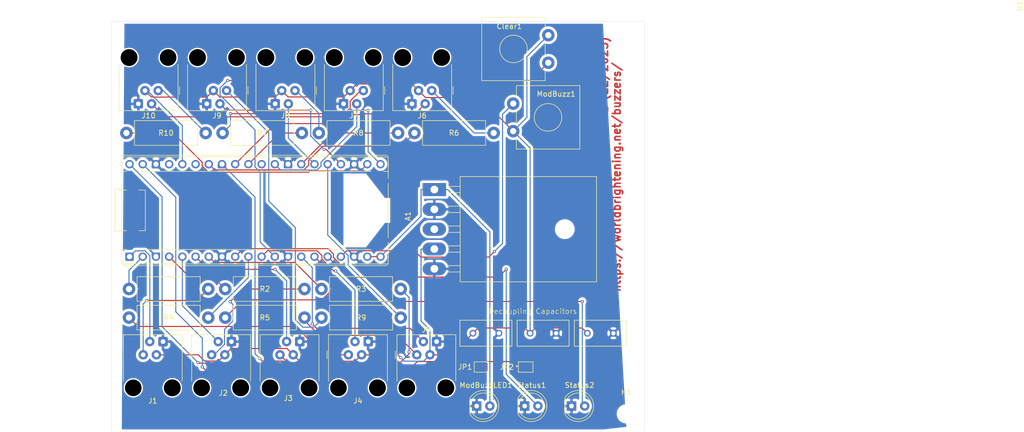
<source format=kicad_pcb>
(kicad_pcb (version 20241229) (generator "pcbnew") (generator_version "9.0")
  (title_block (title "Annika's Buzzer System") (date "2025-12-27") (rev "0"))
  (layers (0 "F.Cu" signal) (2 "B.Cu" signal) (13 "F.Paste" user) (15 "B.Paste" user) (5 "F.SilkS" user "F.Silkscreen") (7 "B.SilkS" user "B.Silkscreen") (1 "F.Mask" user) (3 "B.Mask" user) (25 "Edge.Cuts" user))
  (net 0 "")
  (net 1 "Net-(A1-GPIO3)")
  (net 2 "Net-(A1-GPIO22)")
  (net 5 "Net-(A1-GPIO10)")
  (net 6 "Net-(A1-GPIO12)")
  (net 7 "Net-(A1-GPIO18)")
  (net 8 "Net-(A1-GPIO5)")
  (net 9 "Net-(A1-GPIO21)")
  (net 10 "Net-(A1-VSYS)")
  (net 11 "Net-(A1-GPIO1)")
  (net 12 "Net-(A1-GPIO6)")
  (net 13 "Net-(A1-GPIO13)")
  (net 14 "Net-(A1-GPIO14)")
  (net 15 "GND")
  (net 16 "Net-(A1-3V3)")
  (net 17 "Net-(A1-GPIO0)")
  (net 18 "Net-(A1-VBUS)")
  (net 19 "Net-(A1-GPIO28_ADC2)")
  (net 20 "Net-(A1-GPIO27_ADC1)")
  (net 22 "Net-(A1-GPIO11)")
  (net 23 "Net-(A1-GPIO9)")
  (net 24 "Net-(A1-GPIO7)")
  (net 25 "Net-(A1-GPIO8)")
  (net 26 "Net-(A1-GPIO16)")
  (net 27 "Net-(A1-GPIO17)")
  (net 28 "Net-(A1-GPIO20)")
  (net 29 "Net-(A1-GPIO2)")
  (net 30 "Net-(A1-GPIO19)")
  (net 31 "Net-(A1-AGND)")
  (net 32 "Net-(A1-GPIO4)")
  (net 33 "Net-(A1-GPIO26_ADC0)")
  (net 34 "Net-(J6-Pad4)")
  (net 35 "Net-(J1-Pad4)")
  (net 36 "Net-(J2-Pad4)")
  (net 37 "Net-(J3-Pad4)")
  (net 38 "Net-(J4-Pad4)")
  (net 39 "Net-(J5-Pad4)")
  (net 40 "Net-(J7-Pad4)")
  (net 41 "Net-(J8-Pad4)")
  (net 42 "Net-(J9-Pad4)")
  (net 43 "Net-(J10-Pad4)")
  (footprint "Resistor_THT:R_Axial_DIN0414_L11.9mm_D4.5mm_P15.24mm_Horizontal" (layer "F.Cu") (at 50.88 70)
    (property "Reference" "R9")
    (property "Value" "50")
  )
  (footprint "Module:RaspberryPi_Pico_Common_THT" (layer "F.Cu") (at 13.98 58.28 90)
    (property "Reference" "A1")
    (property "Value" "RaspberryPi_Pico")
  )
  (footprint "Library:Jack for Buzzers" (layer "F.Cu") (at 19.49 26.35 180)
    (property "Reference" "J10")
    (property "Value" "A-2004-3-4-LP-N-R" (hide yes))
  )
  (footprint "Library:XTAL_ZTA-2.44MG" (layer "F.Cu") (at 93.5 73)
    (property "Reference" "C2" (hide yes))
    (property "Value" "0.1 uF" (hide yes))
  )
  (footprint "Resistor_THT:R_Axial_DIN0414_L11.9mm_D4.5mm_P15.24mm_Horizontal" (layer "F.Cu") (at 29.12 64.5 180)
    (property "Reference" "R1" (hide yes))
    (property "Value" "50")
  )
  (footprint "Library:Jack for Buzzers" (layer "F.Cu") (at 16.61 77.15)
    (property "Reference" "J1")
    (property "Value" "A-2004-3-4-LP-N-R" (hide yes))
  )
  (footprint "Resistor_THT:R_Axial_DIN0414_L11.9mm_D4.5mm_P15.24mm_Horizontal" (layer "F.Cu") (at 47.62 70 180)
    (property "Reference" "R5")
    (property "Value" "50")
  )
  (footprint "Library:Jack for Buzzers" (layer "F.Cu") (at 29.76 77.15)
    (property "Reference" "J2")
    (property "Value" "A-2004-3-4-LP-N-R" (hide yes))
  )
  (footprint "LED_THT:LED_D5.0mm" (layer "F.Cu") (at 89.96 87)
    (property "Reference" "Status1")
    (property "Value" "LED")
  )
  (footprint "Library:Jack for Buzzers" (layer "F.Cu") (at 42.91 77.15)
    (property "Reference" "J3")
    (property "Value" "A-2004-3-4-LP-N-R" (hide yes))
  )
  (footprint "Button_Switch_THT:SW_CW_GPTS203211B" (layer "F.Cu") (at 87.75 28.85)
    (property "Reference" "ModBuzz1")
    (property "Value" "RP3502ARED")
  )
  (footprint "MountingHole:MountingHole_3.2mm_M3" (layer "F.Cu") (at 109.5 88.5)
    (property "Reference" "H1")
    (property "Value" "MountingHole" (hide yes))
  )
  (footprint "Library:Jack for Buzzers" (layer "F.Cu") (at 32.64 26.35 180)
    (property "Reference" "J9")
    (property "Value" "A-2004-3-4-LP-N-R" (hide yes))
  )
  (footprint "Resistor_THT:R_Axial_DIN0414_L11.9mm_D4.5mm_P15.24mm_Horizontal" (layer "F.Cu") (at 31.88 34.5)
    (property "Reference" "R7")
    (property "Value" "50")
  )
  (footprint "Resistor_THT:R_Axial_DIN0414_L11.9mm_D4.5mm_P15.24mm_Horizontal" (layer "F.Cu") (at 84 34.5 180)
    (property "Reference" "R6")
    (property "Value" "50")
  )
  (footprint "Resistor_THT:R_Axial_DIN0414_L11.9mm_D4.5mm_P15.24mm_Horizontal" (layer "F.Cu") (at 66.12 64.5 180)
    (property "Reference" "R3")
    (property "Value" "50")
  )
  (footprint "Library:Jack for Buzzers" (layer "F.Cu") (at 69.21 77.15)
    (property "Reference" "J5")
    (property "Value" "A-2004-3-4-LP-N-R" (hide yes))
  )
  (footprint "LED_THT:LED_D5.0mm" (layer "F.Cu") (at 80.725 87)
    (property "Reference" "ModBuzzLED1")
    (property "Value" "LED")
  )
  (footprint "Library:XTAL_ZTA-2.44MG" (layer "F.Cu") (at 104.5 73)
    (property "Reference" "C3" (hide yes))
    (property "Value" "0.1 uF" (hide yes))
  )
  (footprint "Jumper:SolderJumper-2_P1.3mm_Bridged_Pad1.0x1.5mm" (layer "F.Cu") (at 90.15 79.5)
    (property "Reference" "JP2")
    (property "Value" "GND<=>AGND")
  )
  (footprint "Library:Jack for Buzzers" (layer "F.Cu") (at 58.94 26.35 180)
    (property "Reference" "J7")
    (property "Value" "A-2004-3-4-LP-N-R" (hide yes))
  )
  (footprint "Resistor_THT:R_Axial_DIN0414_L11.9mm_D4.5mm_P15.24mm_Horizontal" (layer "F.Cu") (at 13.88 70)
    (property "Reference" "R4")
    (property "Value" "50")
  )
  (footprint "Library:Jack for Buzzers" (layer "F.Cu") (at 56.06 77.15)
    (property "Reference" "J4")
    (property "Value" "A-2004-3-4-LP-N-R" (hide yes))
  )
  (footprint "Library:Jack for Buzzers" (layer "F.Cu") (at 72.09 26.35 180)
    (property "Reference" "J6")
    (property "Value" "A-2004-3-4-LP-N-R" (hide yes))
  )
  (footprint "Resistor_THT:R_Axial_DIN0414_L11.9mm_D4.5mm_P15.24mm_Horizontal" (layer "F.Cu") (at 50.38 34.5)
    (property "Reference" "R8")
    (property "Value" "50")
  )
  (footprint "Jumper:SolderJumper-2_P1.3mm_Bridged_Pad1.0x1.5mm" (layer "F.Cu") (at 81.65 79.5 180)
    (property "Reference" "JP1")
    (property "Value" "VSYS<=>VBUS")
  )
  (footprint "Button_Switch_THT:SW_CW_GPTS203211B" (layer "F.Cu") (at 94.5 21 180)
    (property "Reference" "Clear1")
    (property "Value" "RP3502ARED")
  )
  (footprint "LED_THT:LED_D5.0mm" (layer "F.Cu") (at 98.96 87)
    (property "Reference" "Status2")
    (property "Value" "LED")
  )
  (footprint "Library:XTAL_ZTA-2.44MG" (layer "F.Cu") (at 82.5 73)
    (property "Reference" "C1" (hide yes))
    (property "Value" "0.1 uF" (hide yes))
  )
  (footprint "Resistor_THT:R_Axial_DIN0414_L11.9mm_D4.5mm_P15.24mm_Horizontal" (layer "F.Cu") (at 28.62 34.5 180)
    (property "Reference" "R10")
    (property "Value" "50")
  )
  (footprint "Library:Jack for Buzzers" (layer "F.Cu") (at 45.79 26.35 180)
    (property "Reference" "J8")
    (property "Value" "A-2004-3-4-LP-N-R" (hide yes))
  )
  (footprint "MountingHole:MountingHole_3.2mm_M3" (layer "F.Cu") (at 109.5 16.5)
    (property "Reference" "H2" (hide yes))
    (property "Value" "MountingHole" (hide yes))
  )
  (footprint "Package_TO_SOT_THT:TO-264-5_Horizontal_TabDown" (layer "F.Cu") (at 72.585 45.38 -90)
    (property "Reference" "U1")
    (property "Value" "Stand in for Adafruit PAM8302 amplifier board #2130" (hide yes))
  )
  (footprint "Resistor_THT:R_Axial_DIN0414_L11.9mm_D4.5mm_P15.24mm_Horizontal" (layer "F.Cu") (at 47.62 64.5 180)
    (property "Reference" "R2")
    (property "Value" "50")
  )
  (gr_rect (start 10.5 13) (end 113 92) (stroke (width 0.05)) (fill no) (layer "Edge.Cuts"))
  (gr_text "Annika's Buzzer System, Revision 1 (12/2025)\nhttps://worldbrightening.net/buzzers/" (at 108.5 43 90) (layer "F.Cu") (effects (font (size 1.5 1.5) (thickness 0.3) (bold yes)) (justify bottom)))
  (gr_text "Decoupling Capacitors" (at 83 69.366212 0) (layer "F.SilkS") (effects (font (size 1 1) (thickness 0.1)) (justify left bottom)))
  (segment (start 31.03 74.61) (end 24.14 67.72) (width 0.2) (layer "B.Cu") (net 1))
  (segment (start 24.14 67.72) (end 24.14 58.28) (width 0.2) (layer "B.Cu") (net 1))
  (segment (start 41.92 40.5) (end 43.0441 41.6241) (width 0.2) (layer "B.Cu") (net 2))
  (segment (start 50.81 40.1264) (end 57.67 33.2664) (width 0.2) (layer "B.Cu") (net 2))
  (segment (start 43.0441 41.6241) (end 50.0387 41.6241) (width 0.2) (layer "B.Cu") (net 2))
  (segment (start 50.81 40.8528) (end 50.81 40.1264) (width 0.2) (layer "B.Cu") (net 2))
  (segment (start 57.67 33.2664) (end 57.67 28.89) (width 0.2) (layer "B.Cu") (net 2))
  (segment (start 50.0387 41.6241) (end 50.81 40.8528) (width 0.2) (layer "B.Cu") (net 2))
  (segment (start 70.48 74.61) (end 67.9228 72.0528) (width 0.2) (layer "F.Cu") (net 5))
  (segment (start 49.9527 72.0528) (end 49.1268 71.2269) (width 0.2) (layer "F.Cu") (net 5))
  (segment (start 67.9228 72.0528) (end 49.9527 72.0528) (width 0.2) (layer "F.Cu") (net 5))
  (via (at 49.1268 71.2269) (size 0.6) (drill 0.3) (layers "F.Cu" "B.Cu") (net 5))
  (segment (start 47 58.28) (end 49.1268 60.4068) (width 0.2) (layer "B.Cu") (net 5))
  (segment (start 49.1268 60.4068) (end 49.1268 71.2269) (width 0.2) (layer "B.Cu") (net 5))
  (segment (start 60.6915 66.8915) (end 101.0342 66.8915) (width 0.2) (layer "F.Cu") (net 6))
  (segment (start 52.08 58.28) (end 60.6915 66.8915) (width 0.2) (layer "F.Cu") (net 6))
  (via (at 101.0342 66.8915) (size 0.6) (drill 0.3) (layers "F.Cu" "B.Cu") (net 6))
  (segment (start 101.0342 86.5342) (end 101.0342 66.8915) (width 0.2) (layer "B.Cu") (net 6))
  (segment (start 101.5 87) (end 101.0342 86.5342) (width 0.2) (layer "B.Cu") (net 6))
  (segment (start 54.62 40.5) (end 51.7661 37.6461) (width 0.2) (layer "F.Cu") (net 7))
  (segment (start 31.37 28.89) (end 32.621 30.141) (width 0.2) (layer "F.Cu") (net 7))
  (segment (start 32.621 30.141) (end 48.8203 30.141) (width 0.2) (layer "F.Cu") (net 7))
  (segment (start 51.7661 37.6461) (end 51.3914 37.6461) (width 0.2) (layer "F.Cu") (net 7))
  (via (at 48.8203 30.141) (size 0.6) (drill 0.3) (layers "F.Cu" "B.Cu") (net 7))
  (via (at 51.3914 37.6461) (size 0.6) (drill 0.3) (layers "F.Cu" "B.Cu") (net 7))
  (segment (start 48.8203 35.075) (end 48.8203 30.141) (width 0.2) (layer "B.Cu") (net 7))
  (segment (start 51.3914 37.6461) (end 48.8203 35.075) (width 0.2) (layer "B.Cu") (net 7))
  (segment (start 45.7617 59.3817) (end 50.88 64.5) (width 0.2) (layer "F.Cu") (net 8))
  (segment (start 30.3217 59.3817) (end 45.7617 59.3817) (width 0.2) (layer "F.Cu") (net 8))
  (segment (start 29.22 58.28) (end 30.3217 59.3817) (width 0.2) (layer "F.Cu") (net 8))
  (segment (start 47 40.5) (end 53 34.5) (width 0.2) (layer "F.Cu") (net 9))
  (segment (start 53 34.5) (end 65.62 34.5) (width 0.2) (layer "F.Cu") (net 9))
  (segment (start 29.0541 80.5517) (end 27.9837 79.4813) (width 0.2) (layer "F.Cu") (net 10))
  (segment (start 82.3 79.5) (end 82.3 80.5517) (width 0.2) (layer "F.Cu") (net 10))
  (segment (start 82.3 80.5517) (end 29.0541 80.5517) (width 0.2) (layer "F.Cu") (net 10))
  (via (at 27.9837 79.4813) (size 0.6) (drill 0.3) (layers "F.Cu" "B.Cu") (net 10))
  (segment (start 27.9837 79.4813) (end 27.9837 73.9831) (width 0.2) (layer "B.Cu") (net 10))
  (segment (start 27.9837 73.9831) (end 22.87 68.8694) (width 0.2) (layer "B.Cu") (net 10))
  (segment (start 22.87 46.85) (end 16.52 40.5) (width 0.2) (layer "B.Cu") (net 10))
  (segment (start 22.87 68.8694) (end 22.87 46.85) (width 0.2) (layer "B.Cu") (net 10))
  (segment (start 13.88 60.92) (end 16.52 58.28) (width 0.2) (layer "B.Cu") (net 11))
  (segment (start 13.88 64.5) (end 13.88 60.92) (width 0.2) (layer "B.Cu") (net 11))
  (segment (start 53.1817 58.4217) (end 53.1817 57.77) (width 0.2) (layer "F.Cu") (net 12))
  (segment (start 84.9308 62.2026) (end 56.9626 62.2026) (width 0.2) (layer "F.Cu") (net 12))
  (segment (start 52.1553 56.7436) (end 35.8364 56.7436) (width 0.2) (layer "F.Cu") (net 12))
  (segment (start 86.4169 60.7165) (end 84.9308 62.2026) (width 0.2) (layer "F.Cu") (net 12))
  (segment (start 35.8364 56.7436) (end 34.3 58.28) (width 0.2) (layer "F.Cu") (net 12))
  (segment (start 56.9626 62.2026) (end 53.1817 58.4217) (width 0.2) (layer "F.Cu") (net 12))
  (segment (start 53.1817 57.77) (end 52.1553 56.7436) (width 0.2) (layer "F.Cu") (net 12))
  (via (at 86.4169 60.7165) (size 0.6) (drill 0.3) (layers "F.Cu" "B.Cu") (net 12))
  (segment (start 86.4169 80.9169) (end 92.5 87) (width 0.2) (layer "B.Cu") (net 12))
  (segment (start 86.4169 60.7165) (end 86.4169 80.9169) (width 0.2) (layer "B.Cu") (net 12))
  (segment (start 54.62 58.28) (end 55.7547 57.1453) (width 0.2) (layer "F.Cu") (net 13))
  (segment (start 69.9814 58.3625) (end 83.0605 58.3625) (width 0.2) (layer "F.Cu") (net 13))
  (segment (start 55.7547 57.1453) (end 68.7642 57.1453) (width 0.2) (layer "F.Cu") (net 13))
  (segment (start 68.7642 57.1453) (end 69.9814 58.3625) (width 0.2) (layer "F.Cu") (net 13))
  (segment (start 83.0605 58.3625) (end 84.1502 57.2728) (width 0.2) (layer "F.Cu") (net 13))
  (via (at 84.1502 57.2728) (size 0.6) (drill 0.3) (layers "F.Cu" "B.Cu") (net 13))
  (segment (start 84.1502 57.2728) (end 85.7001 55.7229) (width 0.2) (layer "B.Cu") (net 13))
  (segment (start 85.7001 55.7229) (end 85.7001 30.8999) (width 0.2) (layer "B.Cu") (net 13))
  (segment (start 85.7001 30.8999) (end 87.75 28.85) (width 0.2) (layer "B.Cu") (net 13))
  (segment (start 62.24 58.28) (end 59.7 58.28) (width 0.2) (layer "F.Cu") (net 14))
  (segment (start 83.265 87) (end 83.265 53.5083) (width 0.2) (layer "B.Cu") (net 14))
  (segment (start 72.585 45.38) (end 75.1367 45.38) (width 0.2) (layer "B.Cu") (net 14))
  (segment (start 70.0333 50.4867) (end 62.24 58.28) (width 0.2) (layer "B.Cu") (net 14))
  (segment (start 72.585 45.38) (end 70.0333 45.38) (width 0.2) (layer "B.Cu") (net 14))
  (segment (start 83.265 53.5083) (end 75.1367 45.38) (width 0.2) (layer "B.Cu") (net 14))
  (segment (start 70.0333 45.38) (end 70.0333 50.4867) (width 0.2) (layer "B.Cu") (net 14))
  (segment (start 88.5446 79.3463) (end 88.6983 79.5) (width 0.2) (layer "F.Cu") (net 15))
  (segment (start 88.4492 79.3463) (end 88.5446 79.3463) (width 0.2) (layer "F.Cu") (net 15))
  (segment (start 89.5 79.5) (end 88.6983 79.5) (width 0.2) (layer "F.Cu") (net 15))
  (via (at 88.4492 79.3463) (size 0.6) (drill 0.3) (layers "F.Cu" "B.Cu") (net 15))
  (segment (start 32.3 77.15) (end 33.5116 75.9384) (width 0.2) (layer "F.Cu") (net 16))
  (segment (start 55.1821 27.5679) (end 56.4 26.35) (width 0.2) (layer "F.Cu") (net 16))
  (segment (start 28.4121 78.3517) (end 31.0983 78.3517) (width 0.2) (layer "F.Cu") (net 16))
  (segment (start 92.0081 71.9919) (end 100.9919 71.9919) (width 0.2) (layer "F.Cu") (net 16))
  (segment (start 46.6837 78.3837) (end 45.45 77.15) (width 0.2) (layer "F.Cu") (net 16))
  (segment (start 87.75 34.15) (end 81.2883 27.6883) (width 0.2) (layer "F.Cu") (net 16))
  (segment (start 33.5116 75.9384) (end 44.2384 75.9384) (width 0.2) (layer "F.Cu") (net 16))
  (segment (start 27.2104 77.15) (end 28.4121 78.3517) (width 0.2) (layer "F.Cu") (net 16))
  (segment (start 31.3357 27.5857) (end 42.0143 27.5857) (width 0.2) (layer "F.Cu") (net 16))
  (segment (start 65.5864 77.15) (end 58.6 77.15) (width 0.2) (layer "F.Cu") (net 16))
  (segment (start 18.2051 27.6051) (end 28.8449 27.6051) (width 0.2) (layer "F.Cu") (net 16))
  (segment (start 16.95 26.35) (end 18.2051 27.6051) (width 0.2) (layer "F.Cu") (net 16))
  (segment (start 43.25 26.35) (end 44.4679 27.5679) (width 0.2) (layer "F.Cu") (net 16))
  (segment (start 89.9919 71.9919) (end 81.0081 71.9919) (width 0.2) (layer "F.Cu") (net 16))
  (segment (start 75.85 77.15) (end 71.75 77.15) (width 0.2) (layer "F.Cu") (net 16))
  (segment (start 68.2757 25.0757) (end 69.55 26.35) (width 0.2) (layer "F.Cu") (net 16))
  (segment (start 56.4 26.35) (end 57.6743 25.0757) (width 0.2) (layer "F.Cu") (net 16))
  (segment (start 80 73) (end 75.85 77.15) (width 0.2) (layer "F.Cu") (net 16))
  (segment (start 31.0983 78.3517) (end 32.3 77.15) (width 0.2) (layer "F.Cu") (net 16))
  (segment (start 42.0143 27.5857) (end 43.25 26.35) (width 0.2) (layer "F.Cu") (net 16))
  (segment (start 30.1 26.35) (end 31.3357 27.5857) (width 0.2) (layer "F.Cu") (net 16))
  (segment (start 81.2883 27.6883) (end 70.8883 27.6883) (width 0.2) (layer "F.Cu") (net 16))
  (segment (start 58.6 77.15) (end 57.3663 78.3837) (width 0.2) (layer "F.Cu") (net 16))
  (segment (start 44.2384 75.9384) (end 45.45 77.15) (width 0.2) (layer "F.Cu") (net 16))
  (segment (start 57.3663 78.3837) (end 46.6837 78.3837) (width 0.2) (layer "F.Cu") (net 16))
  (segment (start 66.1346 77.6982) (end 65.5864 77.15) (width 0.2) (layer "F.Cu") (net 16))
  (segment (start 70.8883 27.6883) (end 69.55 26.35) (width 0.2) (layer "F.Cu") (net 16))
  (segment (start 91 73) (end 89.9919 71.9919) (width 0.2) (layer "F.Cu") (net 16))
  (segment (start 81.0081 71.9919) (end 80 73) (width 0.2) (layer "F.Cu") (net 16))
  (segment (start 91 73) (end 92.0081 71.9919) (width 0.2) (layer "F.Cu") (net 16))
  (segment (start 57.6743 25.0757) (end 68.2757 25.0757) (width 0.2) (layer "F.Cu") (net 16))
  (segment (start 44.4679 27.5679) (end 55.1821 27.5679) (width 0.2) (layer "F.Cu") (net 16))
  (segment (start 19.15 77.15) (end 27.2104 77.15) (width 0.2) (layer "F.Cu") (net 16))
  (segment (start 100.9919 71.9919) (end 102 73) (width 0.2) (layer "F.Cu") (net 16))
  (segment (start 28.8449 27.6051) (end 30.1 26.35) (width 0.2) (layer "F.Cu") (net 16))
  (via (at 66.1346 77.6982) (size 0.6) (drill 0.3) (layers "F.Cu" "B.Cu") (net 16))
  (segment (start 70.0333 56.81) (end 70.0333 70.6594) (width 0.2) (layer "B.Cu") (net 16))
  (segment (start 91 37.4) (end 87.75 34.15) (width 0.2) (layer "B.Cu") (net 16))
  (segment (start 66.8125 78.3761) (end 66.1346 77.6982) (width 0.2) (layer "B.Cu") (net 16))
  (segment (start 72.585 56.81) (end 70.0333 56.81) (width 0.2) (layer "B.Cu") (net 16))
  (segment (start 90.3805 31.5195) (end 87.75 34.15) (width 0.2) (layer "B.Cu") (net 16))
  (segment (start 90.3805 19.8195) (end 90.3805 31.5195) (width 0.2) (layer "B.Cu") (net 16))
  (segment (start 17.4062 26.35) (end 16.95 26.35) (width 0.2) (layer "B.Cu") (net 16))
  (segment (start 94.5 15.7) (end 90.3805 19.8195) (width 0.2) (layer "B.Cu") (net 16))
  (segment (start 71.75 72.3761) (end 71.75 77.15) (width 0.2) (layer "B.Cu") (net 16))
  (segment (start 70.5239 78.3761) (end 66.8125 78.3761) (width 0.2) (layer "B.Cu") (net 16))
  (segment (start 91 73) (end 91 37.4) (width 0.2) (layer "B.Cu") (net 16))
  (segment (start 71.75 77.15) (end 70.5239 78.3761) (width 0.2) (layer "B.Cu") (net 16))
  (segment (start 24.14 40.5) (end 24.14 33.0838) (width 0.2) (layer "B.Cu") (net 16))
  (segment (start 70.0333 70.6594) (end 71.75 72.3761) (width 0.2) (layer "B.Cu") (net 16))
  (segment (start 24.14 33.0838) (end 17.4062 26.35) (width 0.2) (layer "B.Cu") (net 16))
  (segment (start 17.8861 74.6039) (end 17.8861 58.0803) (width 0.2) (layer "B.Cu") (net 17))
  (segment (start 16.9665 57.1607) (end 15.0993 57.1607) (width 0.2) (layer "B.Cu") (net 17))
  (segment (start 15.0993 57.1607) (end 13.98 58.28) (width 0.2) (layer "B.Cu") (net 17))
  (segment (start 17.88 74.61) (end 17.8861 74.6039) (width 0.2) (layer "B.Cu") (net 17))
  (segment (start 17.8861 58.0803) (end 16.9665 57.1607) (width 0.2) (layer "B.Cu") (net 17))
  (segment (start 44.0085 79.6662) (end 80.0321 79.6662) (width 0.2) (layer "F.Cu") (net 18))
  (segment (start 27.2638 78.7548) (end 43.0971 78.7548) (width 0.2) (layer "F.Cu") (net 18))
  (segment (start 80.0321 79.6662) (end 80.1983 79.5) (width 0.2) (layer "F.Cu") (net 18))
  (segment (start 81 79.5) (end 80.1983 79.5) (width 0.2) (layer "F.Cu") (net 18))
  (segment (start 27.1589 78.6499) (end 27.2638 78.7548) (width 0.2) (layer "F.Cu") (net 18))
  (segment (start 43.0971 78.7548) (end 44.0085 79.6662) (width 0.2) (layer "F.Cu") (net 18))
  (via (at 27.1589 78.6499) (size 0.6) (drill 0.3) (layers "F.Cu" "B.Cu") (net 18))
  (segment (start 13.98 40.5) (end 20.241 46.761) (width 0.2) (layer "B.Cu") (net 18))
  (segment (start 20.241 46.761) (end 20.241 71.732) (width 0.2) (layer "B.Cu") (net 18))
  (segment (start 20.241 71.732) (end 27.1589 78.6499) (width 0.2) (layer "B.Cu") (net 18))
  (segment (start 51.1423 37.0444) (end 48.4383 39.7484) (width 0.2) (layer "F.Cu") (net 19))
  (segment (start 68.76 34.5) (end 66.2156 37.0444) (width 0.2) (layer "F.Cu") (net 19))
  (segment (start 47.4958 41.6065) (end 30.3265 41.6065) (width 0.2) (layer "F.Cu") (net 19))
  (segment (start 48.4383 39.7484) (end 48.4383 40.664) (width 0.2) (layer "F.Cu") (net 19))
  (segment (start 30.3265 41.6065) (end 29.22 40.5) (width 0.2) (layer "F.Cu") (net 19))
  (segment (start 66.2156 37.0444) (end 51.1423 37.0444) (width 0.2) (layer "F.Cu") (net 19))
  (segment (start 48.4383 40.664) (end 47.4958 41.6065) (width 0.2) (layer "F.Cu") (net 19))
  (segment (start 55.1234 32.6928) (end 56.6803 31.1359) (width 0.2) (layer "F.Cu") (net 20))
  (segment (start 68.9052 30.8048) (end 70.82 28.89) (width 0.2) (layer "F.Cu") (net 20))
  (segment (start 56.6803 31.1359) (end 56.8466 30.9696) (width 0.2) (layer "F.Cu") (net 20))
  (segment (start 59.0719 30.9696) (end 59.2367 30.8048) (width 0.2) (layer "F.Cu") (net 20))
  (segment (start 42.1072 32.6928) (end 55.1234 32.6928) (width 0.2) (layer "F.Cu") (net 20))
  (segment (start 34.3 40.5) (end 42.1072 32.6928) (width 0.2) (layer "F.Cu") (net 20))
  (segment (start 59.0719 30.9696) (end 59.2367 30.8048) (width 0.2) (layer "F.Cu") (net 20))
  (segment (start 59.2367 30.8048) (end 68.9052 30.8048) (width 0.2) (layer "F.Cu") (net 20))
  (segment (start 56.8466 30.9696) (end 59.0719 30.9696) (width 0.2) (layer "F.Cu") (net 20))
  (segment (start 56.6803 31.1359) (end 56.8466 30.9696) (width 0.2) (layer "F.Cu") (net 20))
  (segment (start 52.4348 65.1317) (end 52.4348 61.1748) (width 0.2) (layer "F.Cu") (net 22))
  (segment (start 50.9869 66.5796) (end 52.4348 65.1317) (width 0.2) (layer "F.Cu") (net 22))
  (segment (start 52.4348 61.1748) (end 49.54 58.28) (width 0.2) (layer "F.Cu") (net 22))
  (segment (start 32.38 70) (end 35.8004 66.5796) (width 0.2) (layer "F.Cu") (net 22))
  (segment (start 35.8004 66.5796) (end 50.9869 66.5796) (width 0.2) (layer "F.Cu") (net 22))
  (segment (start 32.832 24.4026) (end 91.0974 24.4026) (width 0.2) (layer "F.Cu") (net 23))
  (segment (start 91.0974 24.4026) (end 94.5 21) (width 0.2) (layer "F.Cu") (net 23))
  (via (at 32.832 24.4026) (size 0.6) (drill 0.3) (layers "F.Cu" "B.Cu") (net 23))
  (segment (start 31.3978 25.8368) (end 32.832 24.4026) (width 0.2) (layer "B.Cu") (net 23))
  (segment (start 41.92 58.28) (end 39.1035 55.4635) (width 0.2) (layer "B.Cu") (net 23))
  (segment (start 39.1035 42.0235) (end 38.11 41.03) (width 0.2) (layer "B.Cu") (net 23))
  (segment (start 31.3978 27.2183) (end 31.3978 25.8368) (width 0.2) (layer "B.Cu") (net 23))
  (segment (start 38.11 41.03) (end 38.11 33.9305) (width 0.2) (layer "B.Cu") (net 23))
  (segment (start 38.11 33.9305) (end 31.3978 27.2183) (width 0.2) (layer "B.Cu") (net 23))
  (segment (start 39.1035 55.4635) (end 39.1035 42.0235) (width 0.2) (layer "B.Cu") (net 23))
  (segment (start 29.12 70) (end 36.84 62.28) (width 0.2) (layer "B.Cu") (net 24))
  (segment (start 36.84 62.28) (end 36.84 58.28) (width 0.2) (layer "B.Cu") (net 24))
  (segment (start 53.2361 61.0198) (end 53.6174 61.0198) (width 0.2) (layer "F.Cu") (net 25))
  (segment (start 50.0288 57.1453) (end 50.9783 58.0948) (width 0.2) (layer "F.Cu") (net 25))
  (segment (start 40.5147 57.1453) (end 50.0288 57.1453) (width 0.2) (layer "F.Cu") (net 25))
  (segment (start 50.9783 58.0948) (end 50.9783 58.762) (width 0.2) (layer "F.Cu") (net 25))
  (segment (start 50.9783 58.762) (end 53.2361 61.0198) (width 0.2) (layer "F.Cu") (net 25))
  (segment (start 39.38 58.28) (end 40.5147 57.1453) (width 0.2) (layer "F.Cu") (net 25))
  (via (at 53.6174 61.0198) (size 0.6) (drill 0.3) (layers "F.Cu" "B.Cu") (net 25))
  (segment (start 57.33 64.7324) (end 57.33 74.61) (width 0.2) (layer "B.Cu") (net 25))
  (segment (start 53.6174 61.0198) (end 57.33 64.7324) (width 0.2) (layer "B.Cu") (net 25))
  (segment (start 18.22 28.89) (end 20.7166 31.3866) (width 0.2) (layer "F.Cu") (net 26))
  (segment (start 20.7166 31.3866) (end 55.6613 31.3866) (width 0.2) (layer "F.Cu") (net 26))
  (segment (start 55.6613 31.3866) (end 56.8808 30.1671) (width 0.2) (layer "F.Cu") (net 26))
  (segment (start 56.8808 30.1671) (end 59.866 30.1671) (width 0.2) (layer "F.Cu") (net 26))
  (via (at 59.866 30.1671) (size 0.6) (drill 0.3) (layers "F.Cu" "B.Cu") (net 26))
  (segment (start 59.866 30.1671) (end 59.866 38.126) (width 0.2) (layer "B.Cu") (net 26))
  (segment (start 59.866 38.126) (end 62.24 40.5) (width 0.2) (layer "B.Cu") (net 26))
  (segment (start 48.4038 42.0427) (end 29.1399 42.0427) (width 0.2) (layer "F.Cu") (net 27))
  (segment (start 29.1399 42.0427) (end 27.95 40.8528) (width 0.2) (layer "F.Cu") (net 27))
  (segment (start 48.64 41.8065) (end 48.4038 42.0427) (width 0.2) (layer "F.Cu") (net 27))
  (segment (start 27.95 40.1263) (end 22.3237 34.5) (width 0.2) (layer "F.Cu") (net 27))
  (segment (start 58.3935 41.8065) (end 48.64 41.8065) (width 0.2) (layer "F.Cu") (net 27))
  (segment (start 59.7 40.5) (end 58.3935 41.8065) (width 0.2) (layer "F.Cu") (net 27))
  (segment (start 27.95 40.8528) (end 27.95 40.1263) (width 0.2) (layer "F.Cu") (net 27))
  (segment (start 22.3237 34.5) (end 13.38 34.5) (width 0.2) (layer "F.Cu") (net 27))
  (segment (start 44.52 35.48) (end 49.54 40.5) (width 0.2) (layer "B.Cu") (net 28))
  (segment (start 44.52 28.89) (end 44.52 35.48) (width 0.2) (layer "B.Cu") (net 28))
  (segment (start 30.319 62.439) (end 32.38 64.5) (width 0.2) (layer "F.Cu") (net 29))
  (segment (start 21.6 58.28) (end 25.759 62.439) (width 0.2) (layer "F.Cu") (net 29))
  (segment (start 25.759 62.439) (end 30.319 62.439) (width 0.2) (layer "F.Cu") (net 29))
  (segment (start 56.0316 58.0608) (end 52.08 54.1092) (width 0.2) (layer "B.Cu") (net 30))
  (segment (start 52.08 54.1092) (end 52.08 40.5) (width 0.2) (layer "B.Cu") (net 30))
  (segment (start 66.12 70) (end 56.0316 59.9116) (width 0.2) (layer "B.Cu") (net 30))
  (segment (start 56.0316 59.9116) (end 56.0316 58.0608) (width 0.2) (layer "B.Cu") (net 30))
  (segment (start 90.8 79.5) (end 90.8 78.4483) (width 0.2) (layer "F.Cu") (net 31))
  (segment (start 90.8 78.4483) (end 69.3108 78.4483) (width 0.2) (layer "F.Cu") (net 31))
  (segment (start 69.3108 78.4483) (end 68.5593 79.1998) (width 0.2) (layer "F.Cu") (net 31))
  (segment (start 68.5593 79.1998) (end 44.3103 79.1998) (width 0.2) (layer "F.Cu") (net 31))
  (segment (start 44.3103 79.1998) (end 43.4622 78.3517) (width 0.2) (layer "F.Cu") (net 31))
  (segment (start 43.4622 78.3517) (end 39.5095 78.3517) (width 0.2) (layer "F.Cu") (net 31))
  (segment (start 39.5095 78.3517) (end 39.0105 77.8527) (width 0.2) (layer "F.Cu") (net 31))
  (via (at 39.0105 77.8527) (size 0.6) (drill 0.3) (layers "F.Cu" "B.Cu") (net 31))
  (segment (start 38.11 76.9522) (end 38.11 46.85) (width 0.2) (layer "B.Cu") (net 31))
  (segment (start 38.11 46.85) (end 31.76 40.5) (width 0.2) (layer "B.Cu") (net 31))
  (segment (start 39.0105 77.8527) (end 38.11 76.9522) (width 0.2) (layer "B.Cu") (net 31))
  (segment (start 26.68 58.28) (end 29.1165 60.7165) (width 0.2) (layer "F.Cu") (net 32))
  (segment (start 29.1165 60.7165) (end 41.9734 60.7165) (width 0.2) (layer "F.Cu") (net 32))
  (via (at 41.9734 60.7165) (size 0.6) (drill 0.3) (layers "F.Cu" "B.Cu") (net 32))
  (segment (start 41.9734 60.7165) (end 44.18 62.9231) (width 0.2) (layer "B.Cu") (net 32))
  (segment (start 44.18 62.9231) (end 44.18 74.61) (width 0.2) (layer "B.Cu") (net 32))
  (segment (start 42.84 34.5) (end 36.84 40.5) (width 0.2) (layer "F.Cu") (net 33))
  (segment (start 47.12 34.5) (end 42.84 34.5) (width 0.2) (layer "F.Cu") (net 33))
  (segment (start 84 34.5) (end 80.24 34.5) (width 0.2) (layer "B.Cu") (net 34))
  (segment (start 80.24 34.5) (end 72.09 26.35) (width 0.2) (layer "B.Cu") (net 34))
  (segment (start 29.12 64.5) (end 26.9257 66.6943) (width 0.2) (layer "F.Cu") (net 35))
  (segment (start 26.9257 66.6943) (end 17.2844 66.6943) (width 0.2) (layer "F.Cu") (net 35))
  (via (at 17.2844 66.6943) (size 0.6) (drill 0.3) (layers "F.Cu" "B.Cu") (net 35))
  (segment (start 17.2844 66.6943) (end 16.61 67.3687) (width 0.2) (layer "B.Cu") (net 35))
  (segment (start 16.61 67.3687) (end 16.61 77.15) (width 0.2) (layer "B.Cu") (net 35))
  (segment (start 35.7645 64.5) (end 47.62 64.5) (width 0.2) (layer "F.Cu") (net 36))
  (segment (start 33.3274 66.9371) (end 35.7645 64.5) (width 0.2) (layer "F.Cu") (net 36))
  (via (at 33.3274 66.9371) (size 0.6) (drill 0.3) (layers "F.Cu" "B.Cu") (net 36))
  (segment (start 30.2363 77.15) (end 32.2434 75.1429) (width 0.2) (layer "B.Cu") (net 36))
  (segment (start 33.8817 67.4914) (end 33.3274 66.9371) (width 0.2) (layer "B.Cu") (net 36))
  (segment (start 29.76 77.15) (end 30.2363 77.15) (width 0.2) (layer "B.Cu") (net 36))
  (segment (start 32.2434 72.2604) (end 33.8817 70.6221) (width 0.2) (layer "B.Cu") (net 36))
  (segment (start 33.8817 70.6221) (end 33.8817 67.4914) (width 0.2) (layer "B.Cu") (net 36))
  (segment (start 32.2434 75.1429) (end 32.2434 72.2604) (width 0.2) (layer "B.Cu") (net 36))
  (segment (start 65.8983 78.7854) (end 67.734 76.9497) (width 0.2) (layer "F.Cu") (net 37))
  (segment (start 67.734 76.9497) (end 67.734 76.6019) (width 0.2) (layer "F.Cu") (net 37))
  (segment (start 42.91 77.15) (end 44.5454 78.7854) (width 0.2) (layer "F.Cu") (net 37))
  (segment (start 44.5454 78.7854) (end 65.8983 78.7854) (width 0.2) (layer "F.Cu") (net 37))
  (via (at 67.734 76.6019) (size 0.6) (drill 0.3) (layers "F.Cu" "B.Cu") (net 37))
  (segment (start 67.734 66.114) (end 66.12 64.5) (width 0.2) (layer "B.Cu") (net 37))
  (segment (start 67.734 76.6019) (end 67.734 66.114) (width 0.2) (layer "B.Cu") (net 37))
  (segment (start 15.5783 71.6983) (end 13.88 70) (width 0.2) (layer "F.Cu") (net 38))
  (segment (start 51.3415 77.15) (end 45.8898 71.6983) (width 0.2) (layer "F.Cu") (net 38))
  (segment (start 56.06 77.15) (end 51.3415 77.15) (width 0.2) (layer "F.Cu") (net 38))
  (segment (start 45.8898 71.6983) (end 15.5783 71.6983) (width 0.2) (layer "F.Cu") (net 38))
  (segment (start 69.21 77.15) (end 65.4673 73.4073) (width 0.2) (layer "F.Cu") (net 39))
  (segment (start 50.4534 73.4073) (end 47.62 70.5739) (width 0.2) (layer "F.Cu") (net 39))
  (segment (start 47.62 70.5739) (end 47.62 70) (width 0.2) (layer "F.Cu") (net 39))
  (segment (start 65.4673 73.4073) (end 50.4534 73.4073) (width 0.2) (layer "F.Cu") (net 39))
  (segment (start 58.94 26.35) (end 58.4133 26.35) (width 0.2) (layer "F.Cu") (net 40))
  (segment (start 56.4005 29.701) (end 55.3166 30.7849) (width 0.2) (layer "F.Cu") (net 40))
  (segment (start 55.3166 30.7849) (end 33.3818 30.7849) (width 0.2) (layer "F.Cu") (net 40))
  (segment (start 58.4133 26.35) (end 56.4005 28.3628) (width 0.2) (layer "F.Cu") (net 40))
  (segment (start 56.4005 28.3628) (end 56.4005 29.701) (width 0.2) (layer "F.Cu") (net 40))
  (via (at 33.3818 30.7849) (size 0.6) (drill 0.3) (layers "F.Cu" "B.Cu") (net 40))
  (segment (start 33.3818 32.9982) (end 33.3818 30.7849) (width 0.2) (layer "B.Cu") (net 40))
  (segment (start 31.88 34.5) (end 33.3818 32.9982) (width 0.2) (layer "B.Cu") (net 40))
  (segment (start 45.9913 26.35) (end 45.79 26.35) (width 0.2) (layer "B.Cu") (net 41))
  (segment (start 50.38 30.7387) (end 45.9913 26.35) (width 0.2) (layer "B.Cu") (net 41))
  (segment (start 50.38 34.5) (end 50.38 30.7387) (width 0.2) (layer "B.Cu") (net 41))
  (segment (start 32.64 26.35) (end 40.7484 34.4584) (width 0.2) (layer "B.Cu") (net 42))
  (segment (start 45.8696 52.6973) (end 45.8696 70.4037) (width 0.2) (layer "B.Cu") (net 42))
  (segment (start 50.88 70.385) (end 50.88 70) (width 0.2) (layer "B.Cu") (net 42))
  (segment (start 40.7484 34.4584) (end 40.7484 47.5761) (width 0.2) (layer "B.Cu") (net 42))
  (segment (start 45.8696 70.4037) (end 47.3033 71.8374) (width 0.2) (layer "B.Cu") (net 42))
  (segment (start 40.7484 47.5761) (end 45.8696 52.6973) (width 0.2) (layer "B.Cu") (net 42))
  (segment (start 47.3033 71.8374) (end 49.4276 71.8374) (width 0.2) (layer "B.Cu") (net 42))
  (segment (start 49.4276 71.8374) (end 50.88 70.385) (width 0.2) (layer "B.Cu") (net 42))
  (segment (start 28.62 34.5) (end 20.47 26.35) (width 0.2) (layer "B.Cu") (net 43))
  (segment (start 20.47 26.35) (end 19.49 26.35) (width 0.2) (layer "B.Cu") (net 43))
  (zone (net 15) (net_name "GND") (layer "B.Cu") (connect_pads (clearance 0.5)) (min_thickness 0.25) (fill yes (thermal_gap 0.5) (thermal_bridge_width 0.5))
    (polygon (pts (xy 109.5 91) (xy 105 13.5) (xy 13 13.5) (xy 12.5 91.5) (xy 105 91.5)))
  )
)
</source>
